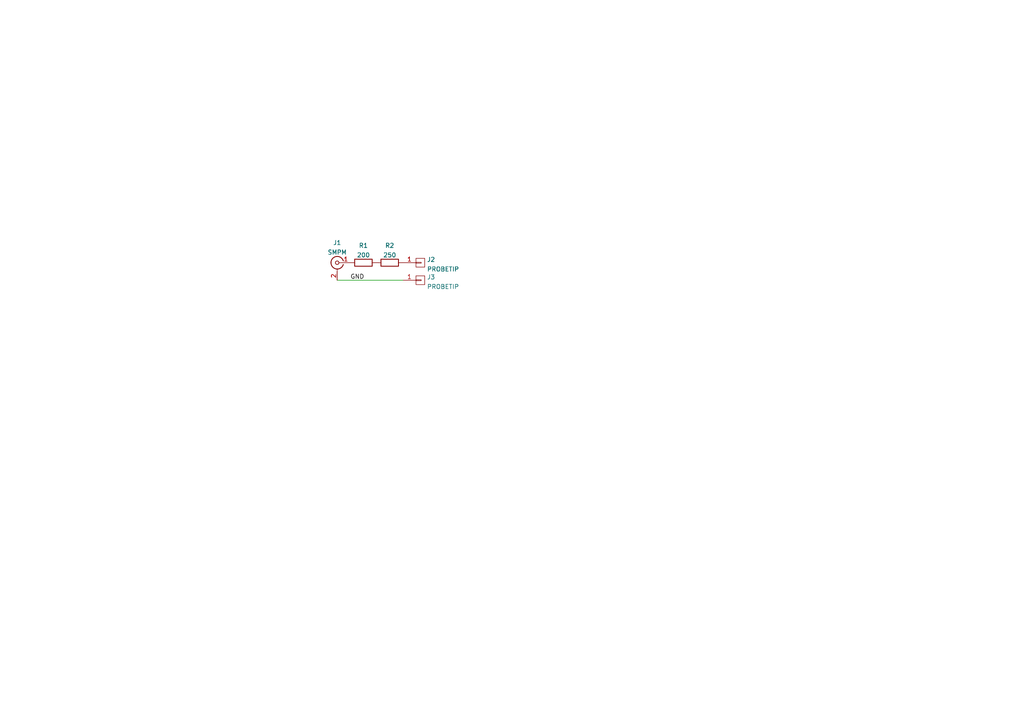
<source format=kicad_sch>
(kicad_sch (version 20211123) (generator eeschema)
  (paper "A4")
  (lib_symbols
    (symbol "conn:CONN_01X01" (pin_names (offset 1.016) hide)
      (property "Reference" "J" (at 0 2.54 0))
      (property "Value" "CONN_01X01" (at 2.54 0 90))
      (symbol "CONN_01X01_0_1"
        (rectangle (start -1.27 0.127) (end 0.254 -0.127))
        (rectangle (start -1.27 1.27) (end 1.27 -1.27))
      )
      (symbol "CONN_01X01_1_1"
        (pin passive line (at -5.08 0 0) (length 3.81) (name "P1") (number "1"))
      )
    )
    (symbol "conn:CONN_COAXIAL" (pin_names (offset 1.016) hide)
      (property "Reference" "J" (at 0.254 3.048 0))
      (property "Value" "CONN_COAXIAL" (at 2.921 0 90))
      (symbol "CONN_COAXIAL_0_1"
        (arc (start -1.778 -0.508) (mid 0.222 -1.808) (end 1.778 0) (stroke (width 0.254)))
        (polyline (pts (xy -1.27 0) (xy -0.508 0)))
        (polyline (pts (xy 0 -2.54) (xy 0 -1.778)))
        (circle (center 0 0) (radius 0.508) (stroke (width 0.2032)))
        (arc (start 1.778 0) (mid 0.2221 1.8083) (end -1.778 0.508) (stroke (width 0.254)))
      )
      (symbol "CONN_COAXIAL_1_1"
        (pin passive line (at -3.81 0 0) (length 2.54) (name "In") (number "1"))
        (pin passive line (at 0 -5.08 90) (length 2.54) (name "Ext") (number "2"))
      )
    )
    (symbol "device:R" (pin_numbers hide) (pin_names (offset 0))
      (property "Reference" "R" (at 2.032 0 90))
      (property "Value" "R" (at 0 0 90))
      (symbol "R_0_1"
        (rectangle (start -1.016 -2.54) (end 1.016 2.54) (stroke (width 0.254)))
      )
      (symbol "R_1_1"
        (pin passive line (at 0 3.81 270) (length 1.27) (name "~") (number "1"))
        (pin passive line (at 0 -3.81 90) (length 1.27) (name "~") (number "2"))
      )
    )
  )
  (wire (pts (xy 97.79 81.28) (xy 116.84 81.28)))
  (label "GND" (at 101.6 81.28 0))
  (symbol (lib_id "device:R") (at 113.03 76.2 90) (unit 1)
    (property "Reference" "R2" (at 113.03 71.2175 90))
    (property "Value" "250" (at 113.03 73.9926 90))
    (property "Footprint" "azonenberg_pcb:EIA_02016_RES_NOSILK_FLIPCHIP" (effects hide))
  )
  (symbol (lib_id "conn:CONN_COAXIAL") (at 97.79 76.2 0) (mirror y) (unit 1)
    (property "Reference" "J1" (at 97.7899 70.4069 0))
    (property "Value" "SMPM" (at 97.7899 73.182 0))
    (property "Footprint" "azonenberg_pcb:CONN_SMPM_AMPHENOL_925-169J-51PT_SHORT" (effects hide))
  )
  (symbol (lib_id "conn:CONN_01X01") (at 121.92 76.2 0) (unit 1)
    (property "Reference" "J2" (at 123.825 75.2915 0) (effects (justify left)))
    (property "Value" "PROBETIP" (at 123.825 78.0666 0) (effects (justify left)))
    (property "Footprint" "azonenberg_pcb:CONN_MILLMAX_0339_EDGELAUNCH" (effects hide))
  )
  (symbol (lib_id "conn:CONN_01X01") (at 121.92 81.28 0) (unit 1)
    (property "Reference" "J3" (at 123.825 80.3715 0) (effects (justify left)))
    (property "Value" "PROBETIP" (at 123.825 83.1466 0) (effects (justify left)))
    (property "Footprint" "azonenberg_pcb:CONN_MILLMAX_0339_EDGELAUNCH" (effects hide))
  )
  (symbol (lib_id "device:R") (at 105.41 76.2 90) (unit 1)
    (property "Reference" "R1" (at 105.41 71.2175 90))
    (property "Value" "200" (at 105.41 73.9926 90))
    (property "Footprint" "azonenberg_pcb:EIA_02016_RES_NOSILK_FLIPCHIP" (effects hide))
  )
)
</source>
